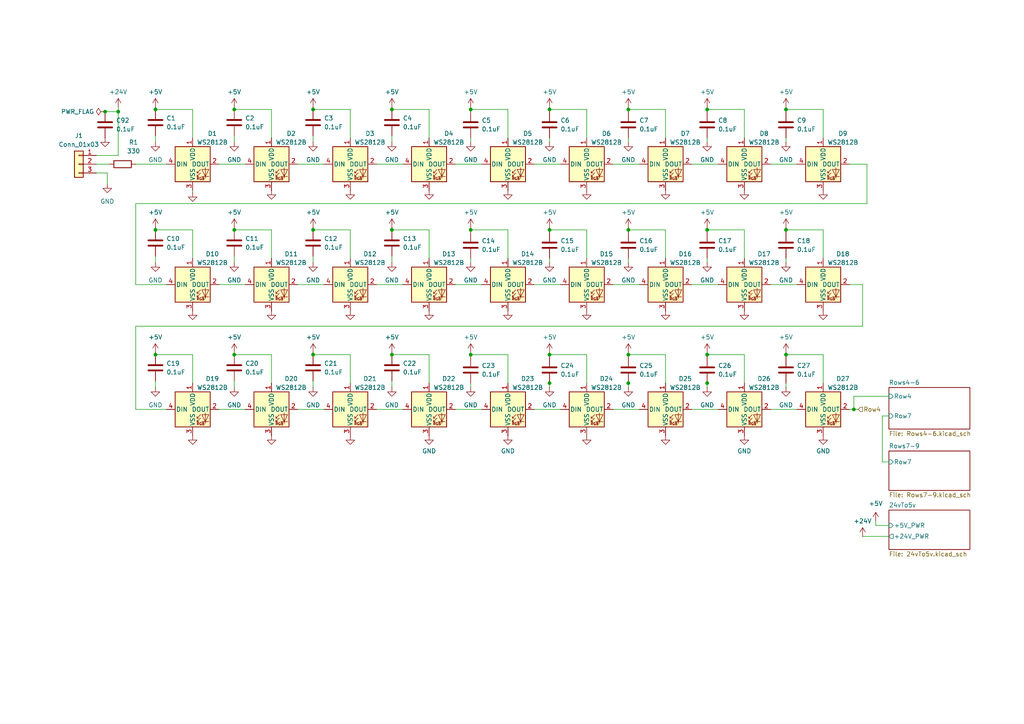
<source format=kicad_sch>
(kicad_sch (version 20250114) (generator "eeschema") (generator_version "9.0")
  (paper "A4")
  (junction (at 182.245 66.675))
  (junction (at 136.525 102.87))
  (junction (at 90.805 31.75))
  (junction (at 67.945 66.675))
  (junction (at 45.085 31.75))
  (junction (at 227.965 102.87))
  (junction (at 159.385 31.75))
  (junction (at 45.085 102.87))
  (junction (at 45.085 66.675))
  (junction (at 227.965 66.675))
  (junction (at 182.245 31.75))
  (junction (at 136.525 31.75))
  (junction (at 136.525 66.675))
  (junction (at 182.245 102.87))
  (junction (at 205.105 102.87))
  (junction (at 67.945 31.75))
  (junction (at 227.965 31.75))
  (junction (at 34.29 32.385))
  (junction (at 30.48 32.385))
  (junction (at 90.805 66.675))
  (junction (at 113.665 102.87))
  (junction (at 205.105 111.125))
  (junction (at 247.65 118.745))
  (junction (at 205.105 66.675))
  (junction (at 159.385 66.675))
  (junction (at 159.385 111.125))
  (junction (at 113.665 66.675))
  (junction (at 113.665 31.75))
  (junction (at 182.245 111.125))
  (junction (at 205.105 31.75))
  (junction (at 67.945 102.87))
  (junction (at 90.805 102.87))
  (junction (at 159.385 102.87))
  (wire (pts (xy 238.76 31.75) (xy 238.76 40.005)))
  (wire (pts (xy 182.245 67.31) (xy 182.245 66.675)))
  (wire (pts (xy 147.32 31.75) (xy 147.32 40.005)))
  (wire (pts (xy 136.525 40.005) (xy 136.525 41.275)))
  (wire (pts (xy 45.085 74.295) (xy 45.085 76.2)))
  (wire (pts (xy 193.04 102.87) (xy 193.04 111.125)))
  (wire (pts (xy 177.8 82.55) (xy 185.42 82.55)))
  (wire (pts (xy 154.94 118.745) (xy 162.56 118.745)))
  (wire (pts (xy 227.965 31.75) (xy 227.965 31.115)))
  (wire (pts (xy 136.525 32.385) (xy 136.525 31.75)))
  (wire (pts (xy 67.945 110.49) (xy 67.945 112.395)))
  (wire (pts (xy 136.525 102.87) (xy 136.525 102.235)))
  (wire (pts (xy 113.665 31.75) (xy 113.665 31.115)))
  (wire (pts (xy 250.19 94.615) (xy 39.37 94.615)))
  (wire (pts (xy 67.945 39.37) (xy 67.945 41.275)))
  (wire (pts (xy 136.525 103.505) (xy 136.525 102.87)))
  (wire (pts (xy 205.105 102.87) (xy 205.105 103.505)))
  (wire (pts (xy 177.8 118.745) (xy 185.42 118.745)))
  (wire (pts (xy 223.52 82.55) (xy 231.14 82.55)))
  (wire (pts (xy 124.46 31.75) (xy 124.46 40.005)))
  (wire (pts (xy 101.6 66.675) (xy 101.6 74.93)))
  (wire (pts (xy 39.37 59.055) (xy 39.37 82.55)))
  (wire (pts (xy 109.22 82.55) (xy 116.84 82.55)))
  (wire (pts (xy 30.48 32.385) (xy 34.29 32.385)))
  (wire (pts (xy 67.945 74.295) (xy 67.945 76.2)))
  (wire (pts (xy 159.385 31.75) (xy 159.385 31.115)))
  (wire (pts (xy 159.385 74.93) (xy 159.385 76.2)))
  (wire (pts (xy 182.245 66.675) (xy 193.04 66.675)))
  (wire (pts (xy 55.88 31.75) (xy 55.88 40.005)))
  (wire (pts (xy 67.945 66.675) (xy 67.945 66.04)))
  (wire (pts (xy 205.105 31.75) (xy 215.9 31.75)))
  (wire (pts (xy 39.37 82.55) (xy 48.26 82.55)))
  (wire (pts (xy 67.945 31.75) (xy 78.74 31.75)))
  (wire (pts (xy 182.245 102.87) (xy 182.245 103.505)))
  (wire (pts (xy 251.46 47.625) (xy 251.46 59.055)))
  (wire (pts (xy 159.385 110.49) (xy 159.385 111.125)))
  (wire (pts (xy 182.245 102.87) (xy 193.04 102.87)))
  (wire (pts (xy 193.04 66.675) (xy 193.04 74.93)))
  (wire (pts (xy 113.665 66.675) (xy 124.46 66.675)))
  (wire (pts (xy 255.905 120.65) (xy 257.81 120.65)))
  (wire (pts (xy 39.37 118.745) (xy 48.26 118.745)))
  (wire (pts (xy 101.6 102.87) (xy 101.6 111.125)))
  (wire (pts (xy 136.525 102.87) (xy 147.32 102.87)))
  (wire (pts (xy 205.105 102.87) (xy 205.105 102.235)))
  (wire (pts (xy 159.385 67.31) (xy 159.385 66.675)))
  (wire (pts (xy 250.19 82.55) (xy 250.19 94.615)))
  (wire (pts (xy 90.805 31.75) (xy 101.6 31.75)))
  (wire (pts (xy 86.36 118.745) (xy 93.98 118.745)))
  (wire (pts (xy 227.965 102.87) (xy 227.965 102.235)))
  (wire (pts (xy 182.245 111.125) (xy 182.245 112.395)))
  (wire (pts (xy 101.6 31.75) (xy 101.6 40.005)))
  (wire (pts (xy 205.105 110.49) (xy 205.105 111.125)))
  (wire (pts (xy 147.32 66.675) (xy 147.32 74.93)))
  (wire (pts (xy 177.8 47.625) (xy 185.42 47.625)))
  (wire (pts (xy 205.105 66.675) (xy 215.9 66.675)))
  (wire (pts (xy 34.29 32.385) (xy 34.29 45.085)))
  (wire (pts (xy 113.665 31.75) (xy 124.46 31.75)))
  (wire (pts (xy 227.965 66.675) (xy 227.965 66.04)))
  (wire (pts (xy 63.5 82.55) (xy 71.12 82.55)))
  (wire (pts (xy 200.66 82.55) (xy 208.28 82.55)))
  (wire (pts (xy 238.76 102.87) (xy 238.76 111.125)))
  (wire (pts (xy 55.88 66.675) (xy 55.88 74.93)))
  (wire (pts (xy 215.9 102.87) (xy 215.9 111.125)))
  (wire (pts (xy 113.665 110.49) (xy 113.665 112.395)))
  (wire (pts (xy 154.94 47.625) (xy 162.56 47.625)))
  (wire (pts (xy 205.105 66.675) (xy 205.105 66.04)))
  (wire (pts (xy 124.46 66.675) (xy 124.46 74.93)))
  (wire (pts (xy 136.525 31.75) (xy 136.525 31.115)))
  (wire (pts (xy 159.385 102.87) (xy 159.385 103.505)))
  (wire (pts (xy 132.08 118.745) (xy 139.7 118.745)))
  (wire (pts (xy 90.805 31.75) (xy 90.805 31.115)))
  (wire (pts (xy 215.9 66.675) (xy 215.9 74.93)))
  (wire (pts (xy 159.385 102.87) (xy 170.18 102.87)))
  (wire (pts (xy 86.36 47.625) (xy 93.98 47.625)))
  (wire (pts (xy 200.66 47.625) (xy 208.28 47.625)))
  (wire (pts (xy 227.965 32.385) (xy 227.965 31.75)))
  (wire (pts (xy 113.665 74.295) (xy 113.665 76.2)))
  (wire (pts (xy 109.22 47.625) (xy 116.84 47.625)))
  (wire (pts (xy 182.245 66.675) (xy 182.245 66.04)))
  (wire (pts (xy 67.945 66.675) (xy 78.74 66.675)))
  (wire (pts (xy 255.905 133.985) (xy 255.905 120.65)))
  (wire (pts (xy 159.385 32.385) (xy 159.385 31.75)))
  (wire (pts (xy 27.94 45.085) (xy 34.29 45.085)))
  (wire (pts (xy 251.46 59.055) (xy 39.37 59.055)))
  (wire (pts (xy 136.525 66.675) (xy 136.525 66.04)))
  (wire (pts (xy 45.085 66.675) (xy 45.085 66.04)))
  (wire (pts (xy 78.74 66.675) (xy 78.74 74.93)))
  (wire (pts (xy 154.94 82.55) (xy 162.56 82.55)))
  (wire (pts (xy 113.665 102.87) (xy 113.665 102.235)))
  (wire (pts (xy 254 151.13) (xy 254 152.4)))
  (wire (pts (xy 182.245 32.385) (xy 182.245 31.75)))
  (wire (pts (xy 182.245 40.005) (xy 182.245 41.275)))
  (wire (pts (xy 182.245 110.49) (xy 182.245 111.125)))
  (wire (pts (xy 246.38 47.625) (xy 251.46 47.625)))
  (wire (pts (xy 136.525 111.125) (xy 136.525 112.395)))
  (wire (pts (xy 113.665 102.87) (xy 124.46 102.87)))
  (wire (pts (xy 27.94 50.165) (xy 31.115 50.165)))
  (wire (pts (xy 205.105 32.385) (xy 205.105 31.75)))
  (wire (pts (xy 159.385 111.125) (xy 159.385 112.395)))
  (wire (pts (xy 246.38 118.745) (xy 247.65 118.745)))
  (wire (pts (xy 90.805 102.87) (xy 101.6 102.87)))
  (wire (pts (xy 193.04 31.75) (xy 193.04 40.005)))
  (wire (pts (xy 159.385 66.675) (xy 159.385 66.04)))
  (wire (pts (xy 215.9 31.75) (xy 215.9 40.005)))
  (wire (pts (xy 86.36 82.55) (xy 93.98 82.55)))
  (wire (pts (xy 90.805 39.37) (xy 90.805 41.275)))
  (wire (pts (xy 132.08 47.625) (xy 139.7 47.625)))
  (wire (pts (xy 63.5 118.745) (xy 71.12 118.745)))
  (wire (pts (xy 227.965 66.675) (xy 238.76 66.675)))
  (wire (pts (xy 67.945 102.87) (xy 67.945 102.235)))
  (wire (pts (xy 136.525 31.75) (xy 147.32 31.75)))
  (wire (pts (xy 55.88 55.88) (xy 55.88 55.245)))
  (wire (pts (xy 55.88 102.87) (xy 55.88 111.125)))
  (wire (pts (xy 227.965 102.87) (xy 238.76 102.87)))
  (wire (pts (xy 34.29 31.115) (xy 34.29 32.385)))
  (wire (pts (xy 250.19 155.575) (xy 257.81 155.575)))
  (wire (pts (xy 45.085 110.49) (xy 45.085 112.395)))
  (wire (pts (xy 246.38 82.55) (xy 250.19 82.55)))
  (wire (pts (xy 257.81 133.985) (xy 255.905 133.985)))
  (wire (pts (xy 182.245 31.75) (xy 182.245 31.115)))
  (wire (pts (xy 67.945 31.75) (xy 67.945 31.115)))
  (wire (pts (xy 205.105 74.93) (xy 205.105 76.2)))
  (wire (pts (xy 223.52 118.745) (xy 231.14 118.745)))
  (wire (pts (xy 159.385 31.75) (xy 170.18 31.75)))
  (wire (pts (xy 223.52 47.625) (xy 231.14 47.625)))
  (wire (pts (xy 170.18 66.675) (xy 170.18 74.93)))
  (wire (pts (xy 45.085 31.75) (xy 55.88 31.75)))
  (wire (pts (xy 90.805 74.295) (xy 90.805 76.2)))
  (wire (pts (xy 39.37 47.625) (xy 48.26 47.625)))
  (wire (pts (xy 254 152.4) (xy 257.81 152.4)))
  (wire (pts (xy 109.22 118.745) (xy 116.84 118.745)))
  (wire (pts (xy 78.74 102.87) (xy 78.74 111.125)))
  (wire (pts (xy 159.385 102.87) (xy 159.385 102.235)))
  (wire (pts (xy 159.385 66.675) (xy 170.18 66.675)))
  (wire (pts (xy 227.965 40.005) (xy 227.965 41.275)))
  (wire (pts (xy 39.37 94.615) (xy 39.37 118.745)))
  (wire (pts (xy 182.245 102.87) (xy 182.245 102.235)))
  (wire (pts (xy 90.805 66.675) (xy 90.805 66.04)))
  (wire (pts (xy 227.965 67.31) (xy 227.965 66.675)))
  (wire (pts (xy 136.525 66.675) (xy 147.32 66.675)))
  (wire (pts (xy 90.805 110.49) (xy 90.805 112.395)))
  (wire (pts (xy 247.65 114.935) (xy 247.65 118.745)))
  (wire (pts (xy 63.5 47.625) (xy 71.12 47.625)))
  (wire (pts (xy 45.085 39.37) (xy 45.085 41.275)))
  (wire (pts (xy 45.085 31.75) (xy 45.085 31.115)))
  (wire (pts (xy 182.245 31.75) (xy 193.04 31.75)))
  (wire (pts (xy 205.105 40.005) (xy 205.105 41.275)))
  (wire (pts (xy 227.965 103.505) (xy 227.965 102.87)))
  (wire (pts (xy 90.805 102.87) (xy 90.805 102.235)))
  (wire (pts (xy 200.66 118.745) (xy 208.28 118.745)))
  (wire (pts (xy 147.32 102.87) (xy 147.32 111.125)))
  (wire (pts (xy 31.115 50.165) (xy 31.115 53.34)))
  (wire (pts (xy 227.965 74.93) (xy 227.965 76.2)))
  (wire (pts (xy 227.965 111.125) (xy 227.965 112.395)))
  (wire (pts (xy 45.085 102.87) (xy 55.88 102.87)))
  (wire (pts (xy 90.805 66.675) (xy 101.6 66.675)))
  (wire (pts (xy 170.18 31.75) (xy 170.18 40.005)))
  (wire (pts (xy 205.105 102.87) (xy 215.9 102.87)))
  (wire (pts (xy 45.085 102.87) (xy 45.085 102.235)))
  (wire (pts (xy 132.08 82.55) (xy 139.7 82.55)))
  (wire (pts (xy 45.085 66.675) (xy 55.88 66.675)))
  (wire (pts (xy 205.105 67.31) (xy 205.105 66.675)))
  (wire (pts (xy 159.385 40.005) (xy 159.385 41.275)))
  (wire (pts (xy 257.81 114.935) (xy 247.65 114.935)))
  (wire (pts (xy 205.105 31.75) (xy 205.105 31.115)))
  (wire (pts (xy 136.525 74.93) (xy 136.525 76.2)))
  (wire (pts (xy 113.665 39.37) (xy 113.665 41.275)))
  (wire (pts (xy 227.965 31.75) (xy 238.76 31.75)))
  (wire (pts (xy 170.18 102.87) (xy 170.18 111.125)))
  (wire (pts (xy 182.245 74.93) (xy 182.245 76.2)))
  (wire (pts (xy 113.665 66.675) (xy 113.665 66.04)))
  (wire (pts (xy 78.74 31.75) (xy 78.74 40.005)))
  (wire (pts (xy 238.76 66.675) (xy 238.76 74.93)))
  (wire (pts (xy 124.46 102.87) (xy 124.46 111.125)))
  (wire (pts (xy 27.94 47.625) (xy 31.75 47.625)))
  (wire (pts (xy 247.65 118.745) (xy 248.92 118.745)))
  (wire (pts (xy 205.105 111.125) (xy 205.105 112.395)))
  (wire (pts (xy 67.945 102.87) (xy 78.74 102.87)))
  (wire (pts (xy 136.525 67.31) (xy 136.525 66.675)))
  (hierarchical_label "Row4" (shape input) (at 248.92 118.745 0))
  (symbol (lib_id "LED:WS2812B") (at 238.76 47.625 0) (unit 1)
    (property "Reference" "D9" (at 244.475 38.735 0))
    (property "Value" "WS2812B" (at 244.475 41.275 0))
    (property "Footprint" "LED_SMD:LED_WS2812B_PLCC4_5.0x5.0mm_P3.2mm" (effects (hide yes)))
    (property "Datasheet" "https://cdn-shop.adafruit.com/datasheets/WS2812B.pdf" (effects (hide yes)))
    (property "Description" "RGB LED with integrated controller" (effects (hide yes)))
  )
  (symbol (lib_id "LED:WS2812B") (at 78.74 47.625 0) (unit 1)
    (property "Reference" "D2" (at 84.455 38.735 0))
    (property "Value" "WS2812B" (at 84.455 41.275 0))
    (property "Footprint" "LED_SMD:LED_WS2812B_PLCC4_5.0x5.0mm_P3.2mm" (effects (hide yes)))
    (property "Datasheet" "https://cdn-shop.adafruit.com/datasheets/WS2812B.pdf" (effects (hide yes)))
    (property "Description" "RGB LED with integrated controller" (effects (hide yes)))
  )
  (symbol (lib_id "power:GND") (at 205.105 112.395 0) (unit 1)
    (property "Reference" "#PWR078" (effects (hide yes)))
    (property "Value" "GND" (at 205.105 117.475 0))
    (property "Description" "Power symbol creates a global label with name \"GND\" , ground" (effects (hide yes)))
  )
  (symbol (lib_id "LED:WS2812B") (at 78.74 82.55 0) (unit 1)
    (property "Reference" "D11" (at 84.455 73.66 0))
    (property "Value" "WS2812B" (at 84.455 76.2 0))
    (property "Footprint" "LED_SMD:LED_WS2812B_PLCC4_5.0x5.0mm_P3.2mm" (effects (hide yes)))
    (property "Datasheet" "https://cdn-shop.adafruit.com/datasheets/WS2812B.pdf" (effects (hide yes)))
    (property "Description" "RGB LED with integrated controller" (effects (hide yes)))
  )
  (symbol (lib_id "LED:WS2812B") (at 215.9 118.745 0) (unit 1)
    (property "Reference" "D26" (at 221.615 109.855 0))
    (property "Value" "WS2812B" (at 221.615 112.395 0))
    (property "Footprint" "LED_SMD:LED_WS2812B_PLCC4_5.0x5.0mm_P3.2mm" (effects (hide yes)))
    (property "Datasheet" "https://cdn-shop.adafruit.com/datasheets/WS2812B.pdf" (effects (hide yes)))
    (property "Description" "RGB LED with integrated controller" (effects (hide yes)))
  )
  (symbol (lib_id "power:GND") (at 215.9 90.17 0) (unit 1)
    (property "Reference" "#PWR053" (effects (hide yes)))
    (property "Value" "GND" (effects (hide yes)))
    (property "Description" "Power symbol creates a global label with name \"GND\" , ground" (effects (hide yes)))
  )
  (symbol (lib_id "power:+5V") (at 67.945 66.04 0) (unit 1)
    (property "Reference" "#PWR033" (effects (hide yes)))
    (property "Value" "+5V" (at 67.945 61.595 0))
    (property "Description" "Power symbol creates a global label with name \"+5V\"" (effects (hide yes)))
  )
  (symbol (lib_id "Connector_Generic:Conn_01x03") (at 22.86 47.625 0) (mirror y) (unit 1)
    (property "Reference" "J1" (at 22.86 39.37 0))
    (property "Value" "Conn_01x03" (at 22.86 41.91 0))
    (property "Footprint" "utsvt_connectors:105313-1103" (effects (hide yes)))
    (property "Description" "Generic connector, single row, 01x03, script generated (kicad-library-utils/schlib/autogen/connector/)" (effects (hide yes)))
  )
  (symbol (lib_id "power:GND") (at 238.76 90.17 0) (unit 1)
    (property "Reference" "#PWR056" (effects (hide yes)))
    (property "Value" "GND" (effects (hide yes)))
    (property "Description" "Power symbol creates a global label with name \"GND\" , ground" (effects (hide yes)))
  )
  (symbol (lib_id "Device:C") (at 90.805 35.56 0) (unit 1)
    (property "Reference" "C3" (at 93.98 34.2899 0) (effects (justify left)))
    (property "Value" "0.1uF" (at 93.98 36.8299 0) (effects (justify left)))
    (property "Footprint" "Capacitor_SMD:C_0603_1608Metric" (effects (hide yes)))
    (property "Description" "Unpolarized capacitor" (effects (hide yes)))
  )
  (symbol (lib_id "LED:WS2812B") (at 170.18 118.745 0) (unit 1)
    (property "Reference" "D24" (at 175.895 109.855 0))
    (property "Value" "WS2812B" (at 175.895 112.395 0))
    (property "Footprint" "LED_SMD:LED_WS2812B_PLCC4_5.0x5.0mm_P3.2mm" (effects (hide yes)))
    (property "Datasheet" "https://cdn-shop.adafruit.com/datasheets/WS2812B.pdf" (effects (hide yes)))
    (property "Description" "RGB LED with integrated controller" (effects (hide yes)))
  )
  (symbol (lib_id "power:GND") (at 182.245 112.395 0) (unit 1)
    (property "Reference" "#PWR075" (effects (hide yes)))
    (property "Value" "GND" (at 182.245 117.475 0))
    (property "Description" "Power symbol creates a global label with name \"GND\" , ground" (effects (hide yes)))
  )
  (symbol (lib_id "power:GND") (at 101.6 55.245 0) (unit 1)
    (property "Reference" "#PWR09" (effects (hide yes)))
    (property "Value" "GND" (effects (hide yes)))
    (property "Description" "Power symbol creates a global label with name \"GND\" , ground" (effects (hide yes)))
  )
  (symbol (lib_id "power:GND") (at 67.945 76.2 0) (unit 1)
    (property "Reference" "#PWR034" (effects (hide yes)))
    (property "Value" "GND" (at 67.945 81.28 0))
    (property "Description" "Power symbol creates a global label with name \"GND\" , ground" (effects (hide yes)))
  )
  (symbol (lib_id "power:+5V") (at 67.945 31.115 0) (unit 1)
    (property "Reference" "#PWR04" (effects (hide yes)))
    (property "Value" "+5V" (at 67.945 26.67 0))
    (property "Description" "Power symbol creates a global label with name \"+5V\"" (effects (hide yes)))
  )
  (symbol (lib_id "power:+5V") (at 45.085 66.04 0) (unit 1)
    (property "Reference" "#PWR030" (effects (hide yes)))
    (property "Value" "+5V" (at 45.085 61.595 0))
    (property "Description" "Power symbol creates a global label with name \"+5V\"" (effects (hide yes)))
  )
  (symbol (lib_id "power:GND") (at 55.88 55.88 0) (unit 1)
    (property "Reference" "#PWR01" (effects (hide yes)))
    (property "Value" "GND" (effects (hide yes)))
    (property "Description" "Power symbol creates a global label with name \"GND\" , ground" (effects (hide yes)))
  )
  (symbol (lib_id "power:+5V") (at 227.965 102.235 0) (unit 1)
    (property "Reference" "#PWR079" (effects (hide yes)))
    (property "Value" "+5V" (at 227.965 97.79 0))
    (property "Description" "Power symbol creates a global label with name \"+5V\"" (effects (hide yes)))
  )
  (symbol (lib_id "Device:C") (at 182.245 107.315 0) (unit 1)
    (property "Reference" "C25" (at 185.42 106.0449 0) (effects (justify left)))
    (property "Value" "0.1uF" (at 185.42 108.5849 0) (effects (justify left)))
    (property "Footprint" "Capacitor_SMD:C_0603_1608Metric" (effects (hide yes)))
    (property "Description" "Unpolarized capacitor" (effects (hide yes)))
  )
  (symbol (lib_id "power:GND") (at 147.32 126.365 0) (unit 1)
    (property "Reference" "#PWR071" (effects (hide yes)))
    (property "Value" "GND" (at 147.32 130.81 0))
    (property "Description" "Power symbol creates a global label with name \"GND\" , ground" (effects (hide yes)))
  )
  (symbol (lib_id "LED:WS2812B") (at 101.6 47.625 0) (unit 1)
    (property "Reference" "D3" (at 107.315 38.735 0))
    (property "Value" "WS2812B" (at 107.315 41.275 0))
    (property "Footprint" "LED_SMD:LED_WS2812B_PLCC4_5.0x5.0mm_P3.2mm" (effects (hide yes)))
    (property "Datasheet" "https://cdn-shop.adafruit.com/datasheets/WS2812B.pdf" (effects (hide yes)))
    (property "Description" "RGB LED with integrated controller" (effects (hide yes)))
  )
  (symbol (lib_id "power:GND") (at 193.04 90.17 0) (unit 1)
    (property "Reference" "#PWR050" (effects (hide yes)))
    (property "Value" "GND" (effects (hide yes)))
    (property "Description" "Power symbol creates a global label with name \"GND\" , ground" (effects (hide yes)))
  )
  (symbol (lib_id "power:+5V") (at 45.085 102.235 0) (unit 1)
    (property "Reference" "#PWR057" (effects (hide yes)))
    (property "Value" "+5V" (at 45.085 97.79 0))
    (property "Description" "Power symbol creates a global label with name \"+5V\"" (effects (hide yes)))
  )
  (symbol (lib_id "Device:C") (at 182.245 71.12 0) (unit 1)
    (property "Reference" "C16" (at 185.42 69.8499 0) (effects (justify left)))
    (property "Value" "0.1uF" (at 185.42 72.3899 0) (effects (justify left)))
    (property "Footprint" "Capacitor_SMD:C_0603_1608Metric" (effects (hide yes)))
    (property "Description" "Unpolarized capacitor" (effects (hide yes)))
  )
  (symbol (lib_id "Device:C") (at 159.385 71.12 0) (unit 1)
    (property "Reference" "C15" (at 162.56 69.8499 0) (effects (justify left)))
    (property "Value" "0.1uF" (at 162.56 72.3899 0) (effects (justify left)))
    (property "Footprint" "Capacitor_SMD:C_0603_1608Metric" (effects (hide yes)))
    (property "Description" "Unpolarized capacitor" (effects (hide yes)))
  )
  (symbol (lib_id "Device:C") (at 45.085 35.56 0) (unit 1)
    (property "Reference" "C1" (at 48.26 34.2899 0) (effects (justify left)))
    (property "Value" "0.1uF" (at 48.26 36.8299 0) (effects (justify left)))
    (property "Footprint" "Capacitor_SMD:C_0603_1608Metric" (effects (hide yes)))
    (property "Description" "Unpolarized capacitor" (effects (hide yes)))
  )
  (symbol (lib_id "Device:R") (at 35.56 47.625 90) (unit 1)
    (property "Reference" "R1" (at 38.735 41.275 90))
    (property "Value" "330" (at 38.735 43.815 90))
    (property "Footprint" "Resistor_SMD:R_0603_1608Metric" (effects (hide yes)))
    (property "Description" "Resistor" (effects (hide yes)))
  )
  (symbol (lib_id "power:GND") (at 147.32 90.17 0) (unit 1)
    (property "Reference" "#PWR044" (effects (hide yes)))
    (property "Value" "GND" (effects (hide yes)))
    (property "Description" "Power symbol creates a global label with name \"GND\" , ground" (effects (hide yes)))
  )
  (symbol (lib_id "LED:WS2812B") (at 193.04 47.625 0) (unit 1)
    (property "Reference" "D7" (at 198.755 38.735 0))
    (property "Value" "WS2812B" (at 198.755 41.275 0))
    (property "Footprint" "LED_SMD:LED_WS2812B_PLCC4_5.0x5.0mm_P3.2mm" (effects (hide yes)))
    (property "Datasheet" "https://cdn-shop.adafruit.com/datasheets/WS2812B.pdf" (effects (hide yes)))
    (property "Description" "RGB LED with integrated controller" (effects (hide yes)))
  )
  (symbol (lib_id "power:GND") (at 170.18 126.365 0) (unit 1)
    (property "Reference" "#PWR073" (effects (hide yes)))
    (property "Value" "GND" (effects (hide yes)))
    (property "Description" "Power symbol creates a global label with name \"GND\" , ground" (effects (hide yes)))
  )
  (symbol (lib_id "power:GND") (at 136.525 41.275 0) (unit 1)
    (property "Reference" "#PWR016" (effects (hide yes)))
    (property "Value" "GND" (at 136.525 46.355 0))
    (property "Description" "Power symbol creates a global label with name \"GND\" , ground" (effects (hide yes)))
  )
  (symbol (lib_id "power:+5V") (at 227.965 66.04 0) (unit 1)
    (property "Reference" "#PWR054" (effects (hide yes)))
    (property "Value" "+5V" (at 227.965 61.595 0))
    (property "Description" "Power symbol creates a global label with name \"+5V\"" (effects (hide yes)))
  )
  (symbol (lib_id "power:GND") (at 170.18 55.245 0) (unit 1)
    (property "Reference" "#PWR020" (effects (hide yes)))
    (property "Value" "GND" (effects (hide yes)))
    (property "Description" "Power symbol creates a global label with name \"GND\" , ground" (effects (hide yes)))
  )
  (symbol (lib_id "power:GND") (at 45.085 76.2 0) (unit 1)
    (property "Reference" "#PWR031" (effects (hide yes)))
    (property "Value" "GND" (at 45.085 81.28 0))
    (property "Description" "Power symbol creates a global label with name \"GND\" , ground" (effects (hide yes)))
  )
  (symbol (lib_id "power:GND") (at 215.9 55.245 0) (unit 1)
    (property "Reference" "#PWR026" (effects (hide yes)))
    (property "Value" "GND" (effects (hide yes)))
    (property "Description" "Power symbol creates a global label with name \"GND\" , ground" (effects (hide yes)))
  )
  (symbol (lib_id "power:+5V") (at 205.105 102.235 0) (unit 1)
    (property "Reference" "#PWR077" (effects (hide yes)))
    (property "Value" "+5V" (at 205.105 97.79 0))
    (property "Description" "Power symbol creates a global label with name \"+5V\"" (effects (hide yes)))
  )
  (symbol (lib_id "power:GND") (at 238.76 55.245 0) (unit 1)
    (property "Reference" "#PWR029" (effects (hide yes)))
    (property "Value" "GND" (effects (hide yes)))
    (property "Description" "Power symbol creates a global label with name \"GND\" , ground" (effects (hide yes)))
  )
  (symbol (lib_id "Device:C") (at 45.085 70.485 0) (unit 1)
    (property "Reference" "C10" (at 48.26 69.2149 0) (effects (justify left)))
    (property "Value" "0.1uF" (at 48.26 71.7549 0) (effects (justify left)))
    (property "Footprint" "Capacitor_SMD:C_0603_1608Metric" (effects (hide yes)))
    (property "Description" "Unpolarized capacitor" (effects (hide yes)))
  )
  (symbol (lib_id "Device:C") (at 136.525 107.315 0) (unit 1)
    (property "Reference" "C23" (at 139.7 106.0449 0) (effects (justify left)))
    (property "Value" "0.1uF" (at 139.7 108.5849 0) (effects (justify left)))
    (property "Footprint" "Capacitor_SMD:C_0603_1608Metric" (effects (hide yes)))
    (property "Description" "Unpolarized capacitor" (effects (hide yes)))
  )
  (symbol (lib_id "power:GND") (at 238.76 126.365 0) (unit 1)
    (property "Reference" "#PWR081" (effects (hide yes)))
    (property "Value" "GND" (at 238.76 130.81 0))
    (property "Description" "Power symbol creates a global label with name \"GND\" , ground" (effects (hide yes)))
  )
  (symbol (lib_id "LED:WS2812B") (at 101.6 118.745 0) (unit 1)
    (property "Reference" "D21" (at 107.315 109.855 0))
    (property "Value" "WS2812B" (at 107.315 112.395 0))
    (property "Footprint" "LED_SMD:LED_WS2812B_PLCC4_5.0x5.0mm_P3.2mm" (effects (hide yes)))
    (property "Datasheet" "https://cdn-shop.adafruit.com/datasheets/WS2812B.pdf" (effects (hide yes)))
    (property "Description" "RGB LED with integrated controller" (effects (hide yes)))
  )
  (symbol (lib_id "power:GND") (at 159.385 41.275 0) (unit 1)
    (property "Reference" "#PWR019" (effects (hide yes)))
    (property "Value" "GND" (at 159.385 46.355 0))
    (property "Description" "Power symbol creates a global label with name \"GND\" , ground" (effects (hide yes)))
  )
  (symbol (lib_id "power:GND") (at 78.74 55.245 0) (unit 1)
    (property "Reference" "#PWR06" (effects (hide yes)))
    (property "Value" "GND" (effects (hide yes)))
    (property "Description" "Power symbol creates a global label with name \"GND\" , ground" (effects (hide yes)))
  )
  (symbol (lib_id "power:GND") (at 147.32 55.245 0) (unit 1)
    (property "Reference" "#PWR017" (effects (hide yes)))
    (property "Value" "GND" (effects (hide yes)))
    (property "Description" "Power symbol creates a global label with name \"GND\" , ground" (effects (hide yes)))
  )
  (symbol (lib_id "power:GND") (at 193.04 55.245 0) (unit 1)
    (property "Reference" "#PWR023" (effects (hide yes)))
    (property "Value" "GND" (effects (hide yes)))
    (property "Description" "Power symbol creates a global label with name \"GND\" , ground" (effects (hide yes)))
  )
  (symbol (lib_id "LED:WS2812B") (at 215.9 47.625 0) (unit 1)
    (property "Reference" "D8" (at 221.615 38.735 0))
    (property "Value" "WS2812B" (at 221.615 41.275 0))
    (property "Footprint" "LED_SMD:LED_WS2812B_PLCC4_5.0x5.0mm_P3.2mm" (effects (hide yes)))
    (property "Datasheet" "https://cdn-shop.adafruit.com/datasheets/WS2812B.pdf" (effects (hide yes)))
    (property "Description" "RGB LED with integrated controller" (effects (hide yes)))
  )
  (symbol (lib_id "Device:C") (at 205.105 107.315 0) (unit 1)
    (property "Reference" "C26" (at 208.28 106.0449 0) (effects (justify left)))
    (property "Value" "0.1uF" (at 208.28 108.5849 0) (effects (justify left)))
    (property "Footprint" "Capacitor_SMD:C_0603_1608Metric" (effects (hide yes)))
    (property "Description" "Unpolarized capacitor" (effects (hide yes)))
  )
  (symbol (lib_id "power:GND") (at 124.46 90.17 0) (unit 1)
    (property "Reference" "#PWR041" (effects (hide yes)))
    (property "Value" "GND" (effects (hide yes)))
    (property "Description" "Power symbol creates a global label with name \"GND\" , ground" (effects (hide yes)))
  )
  (symbol (lib_id "power:GND") (at 101.6 126.365 0) (unit 1)
    (property "Reference" "#PWR065" (effects (hide yes)))
    (property "Value" "GND" (effects (hide yes)))
    (property "Description" "Power symbol creates a global label with name \"GND\" , ground" (effects (hide yes)))
  )
  (symbol (lib_id "LED:WS2812B") (at 55.88 47.625 0) (unit 1)
    (property "Reference" "D1" (at 61.595 38.735 0))
    (property "Value" "WS2812B" (at 61.595 41.275 0))
    (property "Footprint" "LED_SMD:LED_WS2812B_PLCC4_5.0x5.0mm_P3.2mm" (effects (hide yes)))
    (property "Datasheet" "https://cdn-shop.adafruit.com/datasheets/WS2812B.pdf" (effects (hide yes)))
    (property "Description" "RGB LED with integrated controller" (effects (hide yes)))
  )
  (symbol (lib_id "power:+5V") (at 136.525 31.115 0) (unit 1)
    (property "Reference" "#PWR015" (effects (hide yes)))
    (property "Value" "+5V" (at 136.525 26.67 0))
    (property "Description" "Power symbol creates a global label with name \"+5V\"" (effects (hide yes)))
  )
  (symbol (lib_id "power:GND") (at 205.105 41.275 0) (unit 1)
    (property "Reference" "#PWR025" (effects (hide yes)))
    (property "Value" "GND" (at 205.105 46.355 0))
    (property "Description" "Power symbol creates a global label with name \"GND\" , ground" (effects (hide yes)))
  )
  (symbol (lib_id "power:+5V") (at 159.385 102.235 0) (unit 1)
    (property "Reference" "#PWR068" (effects (hide yes)))
    (property "Value" "+5V" (at 159.385 97.79 0))
    (property "Description" "Power symbol creates a global label with name \"+5V\"" (effects (hide yes)))
  )
  (symbol (lib_id "power:+5V") (at 182.245 102.235 0) (unit 1)
    (property "Reference" "#PWR074" (effects (hide yes)))
    (property "Value" "+5V" (at 182.245 97.79 0))
    (property "Description" "Power symbol creates a global label with name \"+5V\"" (effects (hide yes)))
  )
  (symbol (lib_id "power:+5V") (at 45.085 31.115 0) (unit 1)
    (property "Reference" "#PWR0252" (effects (hide yes)))
    (property "Value" "+5V" (at 45.085 26.67 0))
    (property "Description" "Power symbol creates a global label with name \"+5V\"" (effects (hide yes)))
  )
  (symbol (lib_id "power:GND") (at 30.48 40.005 0) (unit 1)
    (property "Reference" "#PWR0268" (effects (hide yes)))
    (property "Value" "GND" (effects (hide yes)))
    (property "Description" "Power symbol creates a global label with name \"GND\" , ground" (effects (hide yes)))
  )
  (symbol (lib_id "power:+5V") (at 136.525 66.04 0) (unit 1)
    (property "Reference" "#PWR042" (effects (hide yes)))
    (property "Value" "+5V" (at 136.525 61.595 0))
    (property "Description" "Power symbol creates a global label with name \"+5V\"" (effects (hide yes)))
  )
  (symbol (lib_id "power:GND") (at 227.965 76.2 0) (unit 1)
    (property "Reference" "#PWR055" (effects (hide yes)))
    (property "Value" "GND" (at 227.965 81.28 0))
    (property "Description" "Power symbol creates a global label with name \"GND\" , ground" (effects (hide yes)))
  )
  (symbol (lib_id "power:GND") (at 90.805 112.395 0) (unit 1)
    (property "Reference" "#PWR064" (effects (hide yes)))
    (property "Value" "GND" (at 90.805 117.475 0))
    (property "Description" "Power symbol creates a global label with name \"GND\" , ground" (effects (hide yes)))
  )
  (symbol (lib_id "LED:WS2812B") (at 193.04 118.745 0) (unit 1)
    (property "Reference" "D25" (at 198.755 109.855 0))
    (property "Value" "WS2812B" (at 198.755 112.395 0))
    (property "Footprint" "LED_SMD:LED_WS2812B_PLCC4_5.0x5.0mm_P3.2mm" (effects (hide yes)))
    (property "Datasheet" "https://cdn-shop.adafruit.com/datasheets/WS2812B.pdf" (effects (hide yes)))
    (property "Description" "RGB LED with integrated controller" (effects (hide yes)))
  )
  (symbol (lib_id "power:+5V") (at 67.945 102.235 0) (unit 1)
    (property "Reference" "#PWR060" (effects (hide yes)))
    (property "Value" "+5V" (at 67.945 97.79 0))
    (property "Description" "Power symbol creates a global label with name \"+5V\"" (effects (hide yes)))
  )
  (symbol (lib_id "power:GND") (at 101.6 90.17 0) (unit 1)
    (property "Reference" "#PWR038" (effects (hide yes)))
    (property "Value" "GND" (effects (hide yes)))
    (property "Description" "Power symbol creates a global label with name \"GND\" , ground" (effects (hide yes)))
  )
  (symbol (lib_id "LED:WS2812B") (at 55.88 118.745 0) (unit 1)
    (property "Reference" "D19" (at 61.595 109.855 0))
    (property "Value" "WS2812B" (at 61.595 112.395 0))
    (property "Footprint" "LED_SMD:LED_WS2812B_PLCC4_5.0x5.0mm_P3.2mm" (effects (hide yes)))
    (property "Datasheet" "https://cdn-shop.adafruit.com/datasheets/WS2812B.pdf" (effects (hide yes)))
    (property "Description" "RGB LED with integrated controller" (effects (hide yes)))
  )
  (symbol (lib_id "power:GND") (at 215.9 126.365 0) (unit 1)
    (property "Reference" "#PWR0255" (effects (hide yes)))
    (property "Value" "GND" (at 215.9 130.81 0))
    (property "Description" "Power symbol creates a global label with name \"GND\" , ground" (effects (hide yes)))
  )
  (symbol (lib_id "Device:C") (at 67.945 70.485 0) (unit 1)
    (property "Reference" "C11" (at 71.12 69.2149 0) (effects (justify left)))
    (property "Value" "0.1uF" (at 71.12 71.7549 0) (effects (justify left)))
    (property "Footprint" "Capacitor_SMD:C_0603_1608Metric" (effects (hide yes)))
    (property "Description" "Unpolarized capacitor" (effects (hide yes)))
  )
  (symbol (lib_id "LED:WS2812B") (at 124.46 47.625 0) (unit 1)
    (property "Reference" "D4" (at 130.175 38.735 0))
    (property "Value" "WS2812B" (at 130.175 41.275 0))
    (property "Footprint" "LED_SMD:LED_WS2812B_PLCC4_5.0x5.0mm_P3.2mm" (effects (hide yes)))
    (property "Datasheet" "https://cdn-shop.adafruit.com/datasheets/WS2812B.pdf" (effects (hide yes)))
    (property "Description" "RGB LED with integrated controller" (effects (hide yes)))
  )
  (symbol (lib_id "power:+5V") (at 113.665 66.04 0) (unit 1)
    (property "Reference" "#PWR039" (effects (hide yes)))
    (property "Value" "+5V" (at 113.665 61.595 0))
    (property "Description" "Power symbol creates a global label with name \"+5V\"" (effects (hide yes)))
  )
  (symbol (lib_id "power:+5V") (at 182.245 31.115 0) (unit 1)
    (property "Reference" "#PWR021" (effects (hide yes)))
    (property "Value" "+5V" (at 182.245 26.67 0))
    (property "Description" "Power symbol creates a global label with name \"+5V\"" (effects (hide yes)))
  )
  (symbol (lib_id "power:+5V") (at 227.965 31.115 0) (unit 1)
    (property "Reference" "#PWR027" (effects (hide yes)))
    (property "Value" "+5V" (at 227.965 26.67 0))
    (property "Description" "Power symbol creates a global label with name \"+5V\"" (effects (hide yes)))
  )
  (symbol (lib_id "power:+5V") (at 159.385 66.04 0) (unit 1)
    (property "Reference" "#PWR045" (effects (hide yes)))
    (property "Value" "+5V" (at 159.385 61.595 0))
    (property "Description" "Power symbol creates a global label with name \"+5V\"" (effects (hide yes)))
  )
  (symbol (lib_id "power:GND") (at 78.74 90.17 0) (unit 1)
    (property "Reference" "#PWR035" (effects (hide yes)))
    (property "Value" "GND" (effects (hide yes)))
    (property "Description" "Power symbol creates a global label with name \"GND\" , ground" (effects (hide yes)))
  )
  (symbol (lib_id "power:GND") (at 205.105 76.2 0) (unit 1)
    (property "Reference" "#PWR052" (effects (hide yes)))
    (property "Value" "GND" (at 205.105 81.28 0))
    (property "Description" "Power symbol creates a global label with name \"GND\" , ground" (effects (hide yes)))
  )
  (symbol (lib_id "power:+24V") (at 34.29 31.115 0) (unit 1)
    (property "Reference" "#PWR010" (effects (hide yes)))
    (property "Value" "+24V" (at 34.29 26.67 0))
    (property "Description" "Power symbol creates a global label with name \"+24V\"" (effects (hide yes)))
  )
  (symbol (lib_id "LED:WS2812B") (at 147.32 118.745 0) (unit 1)
    (property "Reference" "D23" (at 153.035 109.855 0))
    (property "Value" "WS2812B" (at 153.035 112.395 0))
    (property "Footprint" "LED_SMD:LED_WS2812B_PLCC4_5.0x5.0mm_P3.2mm" (effects (hide yes)))
    (property "Datasheet" "https://cdn-shop.adafruit.com/datasheets/WS2812B.pdf" (effects (hide yes)))
    (property "Description" "RGB LED with integrated controller" (effects (hide yes)))
  )
  (symbol (lib_id "power:+5V") (at 90.805 102.235 0) (unit 1)
    (property "Reference" "#PWR063" (effects (hide yes)))
    (property "Value" "+5V" (at 90.805 97.79 0))
    (property "Description" "Power symbol creates a global label with name \"+5V\"" (effects (hide yes)))
  )
  (symbol (lib_id "Device:C") (at 30.48 36.195 0) (unit 1)
    (property "Reference" "C92" (at 33.655 34.9249 0) (effects (justify left)))
    (property "Value" "0.1uF" (at 33.655 37.4649 0) (effects (justify left)))
    (property "Footprint" "Capacitor_SMD:C_0603_1608Metric" (effects (hide yes)))
    (property "Description" "Unpolarized capacitor" (effects (hide yes)))
  )
  (symbol (lib_id "power:GND") (at 170.18 90.17 0) (unit 1)
    (property "Reference" "#PWR047" (effects (hide yes)))
    (property "Value" "GND" (effects (hide yes)))
    (property "Description" "Power symbol creates a global label with name \"GND\" , ground" (effects (hide yes)))
  )
  (symbol (lib_id "Device:C") (at 136.525 71.12 0) (unit 1)
    (property "Reference" "C14" (at 139.7 69.8499 0) (effects (justify left)))
    (property "Value" "0.1uF" (at 139.7 72.3899 0) (effects (justify left)))
    (property "Footprint" "Capacitor_SMD:C_0603_1608Metric" (effects (hide yes)))
    (property "Description" "Unpolarized capacitor" (effects (hide yes)))
  )
  (symbol (lib_id "power:GND") (at 90.805 76.2 0) (unit 1)
    (property "Reference" "#PWR037" (effects (hide yes)))
    (property "Value" "GND" (at 90.805 81.28 0))
    (property "Description" "Power symbol creates a global label with name \"GND\" , ground" (effects (hide yes)))
  )
  (symbol (lib_id "LED:WS2812B") (at 147.32 47.625 0) (unit 1)
    (property "Reference" "D5" (at 153.035 38.735 0))
    (property "Value" "WS2812B" (at 153.035 41.275 0))
    (property "Footprint" "LED_SMD:LED_WS2812B_PLCC4_5.0x5.0mm_P3.2mm" (effects (hide yes)))
    (property "Datasheet" "https://cdn-shop.adafruit.com/datasheets/WS2812B.pdf" (effects (hide yes)))
    (property "Description" "RGB LED with integrated controller" (effects (hide yes)))
  )
  (symbol (lib_id "power:GND") (at 78.74 126.365 0) (unit 1)
    (property "Reference" "#PWR062" (effects (hide yes)))
    (property "Value" "GND" (effects (hide yes)))
    (property "Description" "Power symbol creates a global label with name \"GND\" , ground" (effects (hide yes)))
  )
  (symbol (lib_id "Device:C") (at 227.965 71.12 0) (unit 1)
    (property "Reference" "C18" (at 231.14 69.8499 0) (effects (justify left)))
    (property "Value" "0.1uF" (at 231.14 72.3899 0) (effects (justify left)))
    (property "Footprint" "Capacitor_SMD:C_0603_1608Metric" (effects (hide yes)))
    (property "Description" "Unpolarized capacitor" (effects (hide yes)))
  )
  (symbol (lib_id "power:GND") (at 113.665 76.2 0) (unit 1)
    (property "Reference" "#PWR040" (effects (hide yes)))
    (property "Value" "GND" (at 113.665 81.28 0))
    (property "Description" "Power symbol creates a global label with name \"GND\" , ground" (effects (hide yes)))
  )
  (symbol (lib_id "LED:WS2812B") (at 124.46 82.55 0) (unit 1)
    (property "Reference" "D13" (at 130.175 73.66 0))
    (property "Value" "WS2812B" (at 130.175 76.2 0))
    (property "Footprint" "LED_SMD:LED_WS2812B_PLCC4_5.0x5.0mm_P3.2mm" (effects (hide yes)))
    (property "Datasheet" "https://cdn-shop.adafruit.com/datasheets/WS2812B.pdf" (effects (hide yes)))
    (property "Description" "RGB LED with integrated controller" (effects (hide yes)))
  )
  (symbol (lib_id "power:+5V") (at 159.385 31.115 0) (unit 1)
    (property "Reference" "#PWR018" (effects (hide yes)))
    (property "Value" "+5V" (at 159.385 26.67 0))
    (property "Description" "Power symbol creates a global label with name \"+5V\"" (effects (hide yes)))
  )
  (symbol (lib_id "LED:WS2812B") (at 147.32 82.55 0) (unit 1)
    (property "Reference" "D14" (at 153.035 73.66 0))
    (property "Value" "WS2812B" (at 153.035 76.2 0))
    (property "Footprint" "LED_SMD:LED_WS2812B_PLCC4_5.0x5.0mm_P3.2mm" (effects (hide yes)))
    (property "Datasheet" "https://cdn-shop.adafruit.com/datasheets/WS2812B.pdf" (effects (hide yes)))
    (property "Description" "RGB LED with integrated controller" (effects (hide yes)))
  )
  (symbol (lib_id "power:+5V") (at 254 151.13 0) (unit 1)
    (property "Reference" "#PWR0250" (effects (hide yes)))
    (property "Value" "+5V" (at 254 146.05 0))
    (property "Description" "Power symbol creates a global label with name \"+5V\"" (effects (hide yes)))
  )
  (symbol (lib_id "power:GND") (at 90.805 41.275 0) (unit 1)
    (property "Reference" "#PWR08" (effects (hide yes)))
    (property "Value" "GND" (at 90.805 46.355 0))
    (property "Description" "Power symbol creates a global label with name \"GND\" , ground" (effects (hide yes)))
  )
  (symbol (lib_id "power:PWR_FLAG") (at 30.48 32.385 90) (unit 1)
    (property "Reference" "#FLG01" (effects (hide yes)))
    (property "Value" "PWR_FLAG" (at 27.305 32.3849 90) (effects (justify left)))
    (property "Description" "Special symbol for telling ERC where power comes from" (effects (hide yes)))
  )
  (symbol (lib_id "power:GND") (at 45.085 41.275 0) (unit 1)
    (property "Reference" "#PWR0253" (effects (hide yes)))
    (property "Value" "GND" (at 45.085 46.355 0))
    (property "Description" "Power symbol creates a global label with name \"GND\" , ground" (effects (hide yes)))
  )
  (symbol (lib_id "power:+5V") (at 90.805 31.115 0) (unit 1)
    (property "Reference" "#PWR07" (effects (hide yes)))
    (property "Value" "+5V" (at 90.805 26.67 0))
    (property "Description" "Power symbol creates a global label with name \"+5V\"" (effects (hide yes)))
  )
  (symbol (lib_id "LED:WS2812B") (at 101.6 82.55 0) (unit 1)
    (property "Reference" "D12" (at 107.315 73.66 0))
    (property "Value" "WS2812B" (at 107.315 76.2 0))
    (property "Footprint" "LED_SMD:LED_WS2812B_PLCC4_5.0x5.0mm_P3.2mm" (effects (hide yes)))
    (property "Datasheet" "https://cdn-shop.adafruit.com/datasheets/WS2812B.pdf" (effects (hide yes)))
    (property "Description" "RGB LED with integrated controller" (effects (hide yes)))
  )
  (symbol (lib_id "Device:C") (at 113.665 70.485 0) (unit 1)
    (property "Reference" "C13" (at 116.84 69.2149 0) (effects (justify left)))
    (property "Value" "0.1uF" (at 116.84 71.7549 0) (effects (justify left)))
    (property "Footprint" "Capacitor_SMD:C_0603_1608Metric" (effects (hide yes)))
    (property "Description" "Unpolarized capacitor" (effects (hide yes)))
  )
  (symbol (lib_id "Device:C") (at 205.105 71.12 0) (unit 1)
    (property "Reference" "C17" (at 208.28 69.8499 0) (effects (justify left)))
    (property "Value" "0.1uF" (at 208.28 72.3899 0) (effects (justify left)))
    (property "Footprint" "Capacitor_SMD:C_0603_1608Metric" (effects (hide yes)))
    (property "Description" "Unpolarized capacitor" (effects (hide yes)))
  )
  (symbol (lib_id "power:GND") (at 124.46 55.245 0) (unit 1)
    (property "Reference" "#PWR014" (effects (hide yes)))
    (property "Value" "GND" (effects (hide yes)))
    (property "Description" "Power symbol creates a global label with name \"GND\" , ground" (effects (hide yes)))
  )
  (symbol (lib_id "power:+5V") (at 205.105 66.04 0) (unit 1)
    (property "Reference" "#PWR051" (effects (hide yes)))
    (property "Value" "+5V" (at 205.105 61.595 0))
    (property "Description" "Power symbol creates a global label with name \"+5V\"" (effects (hide yes)))
  )
  (symbol (lib_id "LED:WS2812B") (at 170.18 47.625 0) (unit 1)
    (property "Reference" "D6" (at 175.895 38.735 0))
    (property "Value" "WS2812B" (at 175.895 41.275 0))
    (property "Footprint" "LED_SMD:LED_WS2812B_PLCC4_5.0x5.0mm_P3.2mm" (effects (hide yes)))
    (property "Datasheet" "https://cdn-shop.adafruit.com/datasheets/WS2812B.pdf" (effects (hide yes)))
    (property "Description" "RGB LED with integrated controller" (effects (hide yes)))
  )
  (symbol (lib_id "LED:WS2812B") (at 215.9 82.55 0) (unit 1)
    (property "Reference" "D17" (at 221.615 73.66 0))
    (property "Value" "WS2812B" (at 221.615 76.2 0))
    (property "Footprint" "LED_SMD:LED_WS2812B_PLCC4_5.0x5.0mm_P3.2mm" (effects (hide yes)))
    (property "Datasheet" "https://cdn-shop.adafruit.com/datasheets/WS2812B.pdf" (effects (hide yes)))
    (property "Description" "RGB LED with integrated controller" (effects (hide yes)))
  )
  (symbol (lib_id "Device:C") (at 67.945 106.68 0) (unit 1)
    (property "Reference" "C20" (at 71.12 105.4099 0) (effects (justify left)))
    (property "Value" "0.1uF" (at 71.12 107.9499 0) (effects (justify left)))
    (property "Footprint" "Capacitor_SMD:C_0603_1608Metric" (effects (hide yes)))
    (property "Description" "Unpolarized capacitor" (effects (hide yes)))
  )
  (symbol (lib_id "power:+5V") (at 90.805 66.04 0) (unit 1)
    (property "Reference" "#PWR036" (effects (hide yes)))
    (property "Value" "+5V" (at 90.805 61.595 0))
    (property "Description" "Power symbol creates a global label with name \"+5V\"" (effects (hide yes)))
  )
  (symbol (lib_id "Device:C") (at 90.805 70.485 0) (unit 1)
    (property "Reference" "C12" (at 93.98 69.2149 0) (effects (justify left)))
    (property "Value" "0.1uF" (at 93.98 71.7549 0) (effects (justify left)))
    (property "Footprint" "Capacitor_SMD:C_0603_1608Metric" (effects (hide yes)))
    (property "Description" "Unpolarized capacitor" (effects (hide yes)))
  )
  (symbol (lib_id "power:GND") (at 227.965 112.395 0) (unit 1)
    (property "Reference" "#PWR080" (effects (hide yes)))
    (property "Value" "GND" (at 227.965 117.475 0))
    (property "Description" "Power symbol creates a global label with name \"GND\" , ground" (effects (hide yes)))
  )
  (symbol (lib_id "power:+5V") (at 113.665 31.115 0) (unit 1)
    (property "Reference" "#PWR012" (effects (hide yes)))
    (property "Value" "+5V" (at 113.665 26.67 0))
    (property "Description" "Power symbol creates a global label with name \"+5V\"" (effects (hide yes)))
  )
  (symbol (lib_id "power:+5V") (at 136.525 102.235 0) (unit 1)
    (property "Reference" "#PWR069" (effects (hide yes)))
    (property "Value" "+5V" (at 136.525 97.79 0))
    (property "Description" "Power symbol creates a global label with name \"+5V\"" (effects (hide yes)))
  )
  (symbol (lib_id "power:GND") (at 31.115 53.34 0) (unit 1)
    (property "Reference" "#PWR011" (effects (hide yes)))
    (property "Value" "GND" (at 31.115 58.42 0))
    (property "Description" "Power symbol creates a global label with name \"GND\" , ground" (effects (hide yes)))
  )
  (symbol (lib_id "LED:WS2812B") (at 238.76 118.745 0) (unit 1)
    (property "Reference" "D27" (at 244.475 109.855 0))
    (property "Value" "WS2812B" (at 244.475 112.395 0))
    (property "Footprint" "LED_SMD:LED_WS2812B_PLCC4_5.0x5.0mm_P3.2mm" (effects (hide yes)))
    (property "Datasheet" "https://cdn-shop.adafruit.com/datasheets/WS2812B.pdf" (effects (hide yes)))
    (property "Description" "RGB LED with integrated controller" (effects (hide yes)))
  )
  (symbol (lib_id "Device:C") (at 67.945 35.56 0) (unit 1)
    (property "Reference" "C2" (at 71.12 34.2899 0) (effects (justify left)))
    (property "Value" "0.1uF" (at 71.12 36.8299 0) (effects (justify left)))
    (property "Footprint" "Capacitor_SMD:C_0603_1608Metric" (effects (hide yes)))
    (property "Description" "Unpolarized capacitor" (effects (hide yes)))
  )
  (symbol (lib_id "power:GND") (at 113.665 41.275 0) (unit 1)
    (property "Reference" "#PWR013" (effects (hide yes)))
    (property "Value" "GND" (at 113.665 46.355 0))
    (property "Description" "Power symbol creates a global label with name \"GND\" , ground" (effects (hide yes)))
  )
  (symbol (lib_id "power:GND") (at 45.085 112.395 0) (unit 1)
    (property "Reference" "#PWR058" (effects (hide yes)))
    (property "Value" "GND" (at 45.085 117.475 0))
    (property "Description" "Power symbol creates a global label with name \"GND\" , ground" (effects (hide yes)))
  )
  (symbol (lib_id "power:GND") (at 159.385 112.395 0) (unit 1)
    (property "Reference" "#PWR072" (effects (hide yes)))
    (property "Value" "GND" (at 159.385 117.475 0))
    (property "Description" "Power symbol creates a global label with name \"GND\" , ground" (effects (hide yes)))
  )
  (symbol (lib_id "Device:C") (at 227.965 107.315 0) (unit 1)
    (property "Reference" "C27" (at 231.14 106.0449 0) (effects (justify left)))
    (property "Value" "0.1uF" (at 231.14 108.5849 0) (effects (justify left)))
    (property "Footprint" "Capacitor_SMD:C_0603_1608Metric" (effects (hide yes)))
    (property "Description" "Unpolarized capacitor" (effects (hide yes)))
  )
  (symbol (lib_id "Device:C") (at 159.385 107.315 0) (unit 1)
    (property "Reference" "C24" (at 162.56 106.0449 0) (effects (justify left)))
    (property "Value" "0.1uF" (at 162.56 108.5849 0) (effects (justify left)))
    (property "Footprint" "Capacitor_SMD:C_0603_1608Metric" (effects (hide yes)))
    (property "Description" "Unpolarized capacitor" (effects (hide yes)))
  )
  (symbol (lib_id "power:+24V") (at 250.19 155.575 0) (unit 1)
    (property "Reference" "#PWR0251" (effects (hide yes)))
    (property "Value" "+24V" (at 250.19 151.13 0))
    (property "Description" "Power symbol creates a global label with name \"+24V\"" (effects (hide yes)))
  )
  (symbol (lib_id "Device:C") (at 90.805 106.68 0) (unit 1)
    (property "Reference" "C21" (at 93.98 105.4099 0) (effects (justify left)))
    (property "Value" "0.1uF" (at 93.98 107.9499 0) (effects (justify left)))
    (property "Footprint" "Capacitor_SMD:C_0603_1608Metric" (effects (hide yes)))
    (property "Description" "Unpolarized capacitor" (effects (hide yes)))
  )
  (symbol (lib_id "power:GND") (at 182.245 76.2 0) (unit 1)
    (property "Reference" "#PWR049" (effects (hide yes)))
    (property "Value" "GND" (at 182.245 81.28 0))
    (property "Description" "Power symbol creates a global label with name \"GND\" , ground" (effects (hide yes)))
  )
  (symbol (lib_id "LED:WS2812B") (at 55.88 82.55 0) (unit 1)
    (property "Reference" "D10" (at 61.595 73.66 0))
    (property "Value" "WS2812B" (at 61.595 76.2 0))
    (property "Footprint" "LED_SMD:LED_WS2812B_PLCC4_5.0x5.0mm_P3.2mm" (effects (hide yes)))
    (property "Datasheet" "https://cdn-shop.adafruit.com/datasheets/WS2812B.pdf" (effects (hide yes)))
    (property "Description" "RGB LED with integrated controller" (effects (hide yes)))
  )
  (symbol (lib_id "power:+5V") (at 113.665 102.235 0) (unit 1)
    (property "Reference" "#PWR066" (effects (hide yes)))
    (property "Value" "+5V" (at 113.665 97.79 0))
    (property "Description" "Power symbol creates a global label with name \"+5V\"" (effects (hide yes)))
  )
  (symbol (lib_id "Device:C") (at 136.525 36.195 0) (unit 1)
    (property "Reference" "C5" (at 139.7 34.9249 0) (effects (justify left)))
    (property "Value" "0.1uF" (at 139.7 37.4649 0) (effects (justify left)))
    (property "Footprint" "Capacitor_SMD:C_0603_1608Metric" (effects (hide yes)))
    (property "Description" "Unpolarized capacitor" (effects (hide yes)))
  )
  (symbol (lib_id "power:GND") (at 227.965 41.275 0) (unit 1)
    (property "Reference" "#PWR028" (effects (hide yes)))
    (property "Value" "GND" (at 227.965 46.355 0))
    (property "Description" "Power symbol creates a global label with name \"GND\" , ground" (effects (hide yes)))
  )
  (symbol (lib_id "power:GND") (at 113.665 112.395 0) (unit 1)
    (property "Reference" "#PWR067" (effects (hide yes)))
    (property "Value" "GND" (at 113.665 117.475 0))
    (property "Description" "Power symbol creates a global label with name \"GND\" , ground" (effects (hide yes)))
  )
  (symbol (lib_id "Device:C") (at 45.085 106.68 0) (unit 1)
    (property "Reference" "C19" (at 48.26 105.4099 0) (effects (justify left)))
    (property "Value" "0.1uF" (at 48.26 107.9499 0) (effects (justify left)))
    (property "Footprint" "Capacitor_SMD:C_0603_1608Metric" (effects (hide yes)))
    (property "Description" "Unpolarized capacitor" (effects (hide yes)))
  )
  (symbol (lib_id "power:+5V") (at 182.245 66.04 0) (unit 1)
    (property "Reference" "#PWR048" (effects (hide yes)))
    (property "Value" "+5V" (at 182.245 61.595 0))
    (property "Description" "Power symbol creates a global label with name \"+5V\"" (effects (hide yes)))
  )
  (symbol (lib_id "power:GND") (at 67.945 41.275 0) (unit 1)
    (property "Reference" "#PWR05" (effects (hide yes)))
    (property "Value" "GND" (at 67.945 46.355 0))
    (property "Description" "Power symbol creates a global label with name \"GND\" , ground" (effects (hide yes)))
  )
  (symbol (lib_id "power:GND") (at 159.385 76.2 0) (unit 1)
    (property "Reference" "#PWR046" (effects (hide yes)))
    (property "Value" "GND" (at 159.385 81.28 0))
    (property "Description" "Power symbol creates a global label with name \"GND\" , ground" (effects (hide yes)))
  )
  (symbol (lib_id "power:GND") (at 136.525 112.395 0) (unit 1)
    (property "Reference" "#PWR070" (effects (hide yes)))
    (property "Value" "GND" (at 136.525 117.475 0))
    (property "Description" "Power symbol creates a global label with name \"GND\" , ground" (effects (hide yes)))
  )
  (symbol (lib_id "power:+5V") (at 205.105 31.115 0) (unit 1)
    (property "Reference" "#PWR024" (effects (hide yes)))
    (property "Value" "+5V" (at 205.105 26.67 0))
    (property "Description" "Power symbol creates a global label with name \"+5V\"" (effects (hide yes)))
  )
  (symbol (lib_id "Device:C") (at 205.105 36.195 0) (unit 1)
    (property "Reference" "C8" (at 208.28 34.9249 0) (effects (justify left)))
    (property "Value" "0.1uF" (at 208.28 37.4649 0) (effects (justify left)))
    (property "Footprint" "Capacitor_SMD:C_0603_1608Metric" (effects (hide yes)))
    (property "Description" "Unpolarized capacitor" (effects (hide yes)))
  )
  (symbol (lib_id "power:GND") (at 55.88 90.17 0) (unit 1)
    (property "Reference" "#PWR032" (effects (hide yes)))
    (property "Value" "GND" (effects (hide yes)))
    (property "Description" "Power symbol creates a global label with name \"GND\" , ground" (effects (hide yes)))
  )
  (symbol (lib_id "Device:C") (at 182.245 36.195 0) (unit 1)
    (property "Reference" "C7" (at 185.42 34.9249 0) (effects (justify left)))
    (property "Value" "0.1uF" (at 185.42 37.4649 0) (effects (justify left)))
    (property "Footprint" "Capacitor_SMD:C_0603_1608Metric" (effects (hide yes)))
    (property "Description" "Unpolarized capacitor" (effects (hide yes)))
  )
  (symbol (lib_id "Device:C") (at 113.665 106.68 0) (unit 1)
    (property "Reference" "C22" (at 116.84 105.4099 0) (effects (justify left)))
    (property "Value" "0.1uF" (at 116.84 107.9499 0) (effects (justify left)))
    (property "Footprint" "Capacitor_SMD:C_0603_1608Metric" (effects (hide yes)))
    (property "Description" "Unpolarized capacitor" (effects (hide yes)))
  )
  (symbol (lib_id "LED:WS2812B") (at 193.04 82.55 0) (unit 1)
    (property "Reference" "D16" (at 198.755 73.66 0))
    (property "Value" "WS2812B" (at 198.755 76.2 0))
    (property "Footprint" "LED_SMD:LED_WS2812B_PLCC4_5.0x5.0mm_P3.2mm" (effects (hide yes)))
    (property "Datasheet" "https://cdn-shop.adafruit.com/datasheets/WS2812B.pdf" (effects (hide yes)))
    (property "Description" "RGB LED with integrated controller" (effects (hide yes)))
  )
  (symbol (lib_id "Device:C") (at 227.965 36.195 0) (unit 1)
    (property "Reference" "C9" (at 231.14 34.9249 0) (effects (justify left)))
    (property "Value" "0.1uF" (at 231.14 37.4649 0) (effects (justify left)))
    (property "Footprint" "Capacitor_SMD:C_0603_1608Metric" (effects (hide yes)))
    (property "Description" "Unpolarized capacitor" (effects (hide yes)))
  )
  (symbol (lib_id "power:GND") (at 193.04 126.365 0) (unit 1)
    (property "Reference" "#PWR076" (effects (hide yes)))
    (property "Value" "GND" (effects (hide yes)))
    (property "Description" "Power symbol creates a global label with name \"GND\" , ground" (effects (hide yes)))
  )
  (symbol (lib_id "LED:WS2812B") (at 124.46 118.745 0) (unit 1)
    (property "Reference" "D22" (at 130.175 109.855 0))
    (property "Value" "WS2812B" (at 130.175 112.395 0))
    (property "Footprint" "LED_SMD:LED_WS2812B_PLCC4_5.0x5.0mm_P3.2mm" (effects (hide yes)))
    (property "Datasheet" "https://cdn-shop.adafruit.com/datasheets/WS2812B.pdf" (effects (hide yes)))
    (property "Description" "RGB LED with integrated controller" (effects (hide yes)))
  )
  (symbol (lib_id "power:GND") (at 182.245 41.275 0) (unit 1)
    (property "Reference" "#PWR022" (effects (hide yes)))
    (property "Value" "GND" (at 182.245 46.355 0))
    (property "Description" "Power symbol creates a global label with name \"GND\" , ground" (effects (hide yes)))
  )
  (symbol (lib_id "LED:WS2812B") (at 238.76 82.55 0) (unit 1)
    (property "Reference" "D18" (at 244.475 73.66 0))
    (property "Value" "WS2812B" (at 244.475 76.2 0))
    (property "Footprint" "LED_SMD:LED_WS2812B_PLCC4_5.0x5.0mm_P3.2mm" (effects (hide yes)))
    (property "Datasheet" "https://cdn-shop.adafruit.com/datasheets/WS2812B.pdf" (effects (hide yes)))
    (property "Description" "RGB LED with integrated controller" (effects (hide yes)))
  )
  (symbol (lib_id "Device:C") (at 159.385 36.195 0) (unit 1)
    (property "Reference" "C6" (at 162.56 34.9249 0) (effects (justify left)))
    (property "Value" "0.1uF" (at 162.56 37.4649 0) (effects (justify left)))
    (property "Footprint" "Capacitor_SMD:C_0603_1608Metric" (effects (hide yes)))
    (property "Description" "Unpolarized capacitor" (effects (hide yes)))
  )
  (symbol (lib_id "LED:WS2812B") (at 78.74 118.745 0) (unit 1)
    (property "Reference" "D20" (at 84.455 109.855 0))
    (property "Value" "WS2812B" (at 84.455 112.395 0))
    (property "Footprint" "LED_SMD:LED_WS2812B_PLCC4_5.0x5.0mm_P3.2mm" (effects (hide yes)))
    (property "Datasheet" "https://cdn-shop.adafruit.com/datasheets/WS2812B.pdf" (effects (hide yes)))
    (property "Description" "RGB LED with integrated controller" (effects (hide yes)))
  )
  (symbol (lib_id "LED:WS2812B") (at 170.18 82.55 0) (unit 1)
    (property "Reference" "D15" (at 175.895 73.66 0))
    (property "Value" "WS2812B" (at 175.895 76.2 0))
    (property "Footprint" "LED_SMD:LED_WS2812B_PLCC4_5.0x5.0mm_P3.2mm" (effects (hide yes)))
    (property "Datasheet" "https://cdn-shop.adafruit.com/datasheets/WS2812B.pdf" (effects (hide yes)))
    (property "Description" "RGB LED with integrated controller" (effects (hide yes)))
  )
  (symbol (lib_id "power:GND") (at 67.945 112.395 0) (unit 1)
    (property "Reference" "#PWR061" (effects (hide yes)))
    (property "Value" "GND" (at 67.945 117.475 0))
    (property "Description" "Power symbol creates a global label with name \"GND\" , ground" (effects (hide yes)))
  )
  (symbol (lib_id "power:GND") (at 136.525 76.2 0) (unit 1)
    (property "Reference" "#PWR043" (effects (hide yes)))
    (property "Value" "GND" (at 136.525 81.28 0))
    (property "Description" "Power symbol creates a global label with name \"GND\" , ground" (effects (hide yes)))
  )
  (symbol (lib_id "power:GND") (at 124.46 126.365 0) (unit 1)
    (property "Reference" "#PWR0254" (effects (hide yes)))
    (property "Value" "GND" (at 124.46 130.81 0))
    (property "Description" "Power symbol creates a global label with name \"GND\" , ground" (effects (hide yes)))
  )
  (symbol (lib_id "Device:C") (at 113.665 35.56 0) (unit 1)
    (property "Reference" "C4" (at 116.84 34.2899 0) (effects (justify left)))
    (property "Value" "0.1uF" (at 116.84 36.8299 0) (effects (justify left)))
    (property "Footprint" "Capacitor_SMD:C_0603_1608Metric" (effects (hide yes)))
    (property "Description" "Unpolarized capacitor" (effects (hide yes)))
  )
  (symbol (lib_id "power:GND") (at 55.88 126.365 0) (unit 1)
    (property "Reference" "#PWR059" (effects (hide yes)))
    (property "Value" "GND" (effects (hide yes)))
    (property "Description" "Power symbol creates a global label with name \"GND\" , ground" (effects (hide yes)))
  )
  (sheet (at 257.81 147.955) (size 23.495 11.43) (stroke (width 0.1524))
    (property "Sheetname" "24vTo5v" (at 257.81 147.2434 0) (effects (justify left bottom)))
    (property "Sheetfile" "24vTo5v.kicad_sch" (at 257.81 159.9696 0) (effects (justify left top)))
    (pin "+5V_PWR" input (at 257.81 152.4 180))
    (pin "+24V_PWR" output (at 257.81 155.575 180))
  )
  (sheet (at 257.81 112.395) (size 23.495 12.065) (stroke (width 0.1524))
    (property "Sheetname" "Rows4-6" (at 257.81 111.6834 0) (effects (justify left bottom)))
    (property "Sheetfile" "Rows4-6.kicad_sch" (at 257.81 125.0446 0) (effects (justify left top)))
    (pin "Row4" input (at 257.81 114.935 180))
    (pin "Row7" input (at 257.81 120.65 180))
  )
  (sheet (at 257.81 130.81) (size 23.495 11.43) (stroke (width 0.1524))
    (property "Sheetname" "Rows7-9" (at 257.81 130.0984 0) (effects (justify left bottom)))
    (property "Sheetfile" "Rows7-9.kicad_sch" (at 257.81 142.8246 0) (effects (justify left top)))
    (pin "Row7" input (at 257.81 133.985 180))
  )
)
</source>
